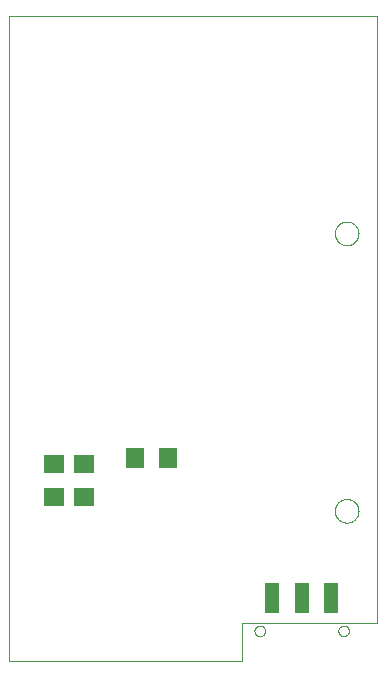
<source format=gbp>
G75*
%MOIN*%
%OFA0B0*%
%FSLAX25Y25*%
%IPPOS*%
%LPD*%
%AMOC8*
5,1,8,0,0,1.08239X$1,22.5*
%
%ADD10C,0.00000*%
%ADD11R,0.06299X0.07087*%
%ADD12R,0.07087X0.06299*%
%ADD13R,0.04724X0.09843*%
D10*
X0002200Y0006014D02*
X0079700Y0006014D01*
X0079700Y0018514D01*
X0124700Y0018514D01*
X0124700Y0221014D01*
X0124651Y0220974D02*
X0002200Y0220974D01*
X0002200Y0006014D01*
X0083952Y0016014D02*
X0083954Y0016098D01*
X0083960Y0016181D01*
X0083970Y0016264D01*
X0083984Y0016347D01*
X0084001Y0016429D01*
X0084023Y0016510D01*
X0084048Y0016589D01*
X0084077Y0016668D01*
X0084110Y0016745D01*
X0084146Y0016820D01*
X0084186Y0016894D01*
X0084229Y0016966D01*
X0084276Y0017035D01*
X0084326Y0017102D01*
X0084379Y0017167D01*
X0084435Y0017229D01*
X0084493Y0017289D01*
X0084555Y0017346D01*
X0084619Y0017399D01*
X0084686Y0017450D01*
X0084755Y0017497D01*
X0084826Y0017542D01*
X0084899Y0017582D01*
X0084974Y0017619D01*
X0085051Y0017653D01*
X0085129Y0017683D01*
X0085208Y0017709D01*
X0085289Y0017732D01*
X0085371Y0017750D01*
X0085453Y0017765D01*
X0085536Y0017776D01*
X0085619Y0017783D01*
X0085703Y0017786D01*
X0085787Y0017785D01*
X0085870Y0017780D01*
X0085954Y0017771D01*
X0086036Y0017758D01*
X0086118Y0017742D01*
X0086199Y0017721D01*
X0086280Y0017697D01*
X0086358Y0017669D01*
X0086436Y0017637D01*
X0086512Y0017601D01*
X0086586Y0017562D01*
X0086658Y0017520D01*
X0086728Y0017474D01*
X0086796Y0017425D01*
X0086861Y0017373D01*
X0086924Y0017318D01*
X0086984Y0017260D01*
X0087042Y0017199D01*
X0087096Y0017135D01*
X0087148Y0017069D01*
X0087196Y0017001D01*
X0087241Y0016930D01*
X0087282Y0016857D01*
X0087321Y0016783D01*
X0087355Y0016707D01*
X0087386Y0016629D01*
X0087413Y0016550D01*
X0087437Y0016469D01*
X0087456Y0016388D01*
X0087472Y0016306D01*
X0087484Y0016223D01*
X0087492Y0016139D01*
X0087496Y0016056D01*
X0087496Y0015972D01*
X0087492Y0015889D01*
X0087484Y0015805D01*
X0087472Y0015722D01*
X0087456Y0015640D01*
X0087437Y0015559D01*
X0087413Y0015478D01*
X0087386Y0015399D01*
X0087355Y0015321D01*
X0087321Y0015245D01*
X0087282Y0015171D01*
X0087241Y0015098D01*
X0087196Y0015027D01*
X0087148Y0014959D01*
X0087096Y0014893D01*
X0087042Y0014829D01*
X0086984Y0014768D01*
X0086924Y0014710D01*
X0086861Y0014655D01*
X0086796Y0014603D01*
X0086728Y0014554D01*
X0086658Y0014508D01*
X0086586Y0014466D01*
X0086512Y0014427D01*
X0086436Y0014391D01*
X0086358Y0014359D01*
X0086280Y0014331D01*
X0086199Y0014307D01*
X0086118Y0014286D01*
X0086036Y0014270D01*
X0085954Y0014257D01*
X0085870Y0014248D01*
X0085787Y0014243D01*
X0085703Y0014242D01*
X0085619Y0014245D01*
X0085536Y0014252D01*
X0085453Y0014263D01*
X0085371Y0014278D01*
X0085289Y0014296D01*
X0085208Y0014319D01*
X0085129Y0014345D01*
X0085051Y0014375D01*
X0084974Y0014409D01*
X0084899Y0014446D01*
X0084826Y0014486D01*
X0084755Y0014531D01*
X0084686Y0014578D01*
X0084619Y0014629D01*
X0084555Y0014682D01*
X0084493Y0014739D01*
X0084435Y0014799D01*
X0084379Y0014861D01*
X0084326Y0014926D01*
X0084276Y0014993D01*
X0084229Y0015062D01*
X0084186Y0015134D01*
X0084146Y0015208D01*
X0084110Y0015283D01*
X0084077Y0015360D01*
X0084048Y0015439D01*
X0084023Y0015518D01*
X0084001Y0015599D01*
X0083984Y0015681D01*
X0083970Y0015764D01*
X0083960Y0015847D01*
X0083954Y0015930D01*
X0083952Y0016014D01*
X0111904Y0016014D02*
X0111906Y0016098D01*
X0111912Y0016181D01*
X0111922Y0016264D01*
X0111936Y0016347D01*
X0111953Y0016429D01*
X0111975Y0016510D01*
X0112000Y0016589D01*
X0112029Y0016668D01*
X0112062Y0016745D01*
X0112098Y0016820D01*
X0112138Y0016894D01*
X0112181Y0016966D01*
X0112228Y0017035D01*
X0112278Y0017102D01*
X0112331Y0017167D01*
X0112387Y0017229D01*
X0112445Y0017289D01*
X0112507Y0017346D01*
X0112571Y0017399D01*
X0112638Y0017450D01*
X0112707Y0017497D01*
X0112778Y0017542D01*
X0112851Y0017582D01*
X0112926Y0017619D01*
X0113003Y0017653D01*
X0113081Y0017683D01*
X0113160Y0017709D01*
X0113241Y0017732D01*
X0113323Y0017750D01*
X0113405Y0017765D01*
X0113488Y0017776D01*
X0113571Y0017783D01*
X0113655Y0017786D01*
X0113739Y0017785D01*
X0113822Y0017780D01*
X0113906Y0017771D01*
X0113988Y0017758D01*
X0114070Y0017742D01*
X0114151Y0017721D01*
X0114232Y0017697D01*
X0114310Y0017669D01*
X0114388Y0017637D01*
X0114464Y0017601D01*
X0114538Y0017562D01*
X0114610Y0017520D01*
X0114680Y0017474D01*
X0114748Y0017425D01*
X0114813Y0017373D01*
X0114876Y0017318D01*
X0114936Y0017260D01*
X0114994Y0017199D01*
X0115048Y0017135D01*
X0115100Y0017069D01*
X0115148Y0017001D01*
X0115193Y0016930D01*
X0115234Y0016857D01*
X0115273Y0016783D01*
X0115307Y0016707D01*
X0115338Y0016629D01*
X0115365Y0016550D01*
X0115389Y0016469D01*
X0115408Y0016388D01*
X0115424Y0016306D01*
X0115436Y0016223D01*
X0115444Y0016139D01*
X0115448Y0016056D01*
X0115448Y0015972D01*
X0115444Y0015889D01*
X0115436Y0015805D01*
X0115424Y0015722D01*
X0115408Y0015640D01*
X0115389Y0015559D01*
X0115365Y0015478D01*
X0115338Y0015399D01*
X0115307Y0015321D01*
X0115273Y0015245D01*
X0115234Y0015171D01*
X0115193Y0015098D01*
X0115148Y0015027D01*
X0115100Y0014959D01*
X0115048Y0014893D01*
X0114994Y0014829D01*
X0114936Y0014768D01*
X0114876Y0014710D01*
X0114813Y0014655D01*
X0114748Y0014603D01*
X0114680Y0014554D01*
X0114610Y0014508D01*
X0114538Y0014466D01*
X0114464Y0014427D01*
X0114388Y0014391D01*
X0114310Y0014359D01*
X0114232Y0014331D01*
X0114151Y0014307D01*
X0114070Y0014286D01*
X0113988Y0014270D01*
X0113906Y0014257D01*
X0113822Y0014248D01*
X0113739Y0014243D01*
X0113655Y0014242D01*
X0113571Y0014245D01*
X0113488Y0014252D01*
X0113405Y0014263D01*
X0113323Y0014278D01*
X0113241Y0014296D01*
X0113160Y0014319D01*
X0113081Y0014345D01*
X0113003Y0014375D01*
X0112926Y0014409D01*
X0112851Y0014446D01*
X0112778Y0014486D01*
X0112707Y0014531D01*
X0112638Y0014578D01*
X0112571Y0014629D01*
X0112507Y0014682D01*
X0112445Y0014739D01*
X0112387Y0014799D01*
X0112331Y0014861D01*
X0112278Y0014926D01*
X0112228Y0014993D01*
X0112181Y0015062D01*
X0112138Y0015134D01*
X0112098Y0015208D01*
X0112062Y0015283D01*
X0112029Y0015360D01*
X0112000Y0015439D01*
X0111975Y0015518D01*
X0111953Y0015599D01*
X0111936Y0015681D01*
X0111922Y0015764D01*
X0111912Y0015847D01*
X0111906Y0015930D01*
X0111904Y0016014D01*
X0110763Y0056014D02*
X0110765Y0056139D01*
X0110771Y0056264D01*
X0110781Y0056388D01*
X0110795Y0056512D01*
X0110812Y0056636D01*
X0110834Y0056759D01*
X0110860Y0056881D01*
X0110889Y0057003D01*
X0110922Y0057123D01*
X0110960Y0057242D01*
X0111000Y0057361D01*
X0111045Y0057477D01*
X0111093Y0057592D01*
X0111145Y0057706D01*
X0111201Y0057818D01*
X0111260Y0057928D01*
X0111322Y0058036D01*
X0111388Y0058143D01*
X0111457Y0058247D01*
X0111530Y0058348D01*
X0111605Y0058448D01*
X0111684Y0058545D01*
X0111766Y0058639D01*
X0111851Y0058731D01*
X0111938Y0058820D01*
X0112029Y0058906D01*
X0112122Y0058989D01*
X0112218Y0059070D01*
X0112316Y0059147D01*
X0112416Y0059221D01*
X0112519Y0059292D01*
X0112624Y0059359D01*
X0112732Y0059424D01*
X0112841Y0059484D01*
X0112952Y0059542D01*
X0113065Y0059595D01*
X0113179Y0059645D01*
X0113295Y0059692D01*
X0113412Y0059734D01*
X0113531Y0059773D01*
X0113651Y0059809D01*
X0113772Y0059840D01*
X0113894Y0059868D01*
X0114016Y0059891D01*
X0114140Y0059911D01*
X0114264Y0059927D01*
X0114388Y0059939D01*
X0114513Y0059947D01*
X0114638Y0059951D01*
X0114762Y0059951D01*
X0114887Y0059947D01*
X0115012Y0059939D01*
X0115136Y0059927D01*
X0115260Y0059911D01*
X0115384Y0059891D01*
X0115506Y0059868D01*
X0115628Y0059840D01*
X0115749Y0059809D01*
X0115869Y0059773D01*
X0115988Y0059734D01*
X0116105Y0059692D01*
X0116221Y0059645D01*
X0116335Y0059595D01*
X0116448Y0059542D01*
X0116559Y0059484D01*
X0116669Y0059424D01*
X0116776Y0059359D01*
X0116881Y0059292D01*
X0116984Y0059221D01*
X0117084Y0059147D01*
X0117182Y0059070D01*
X0117278Y0058989D01*
X0117371Y0058906D01*
X0117462Y0058820D01*
X0117549Y0058731D01*
X0117634Y0058639D01*
X0117716Y0058545D01*
X0117795Y0058448D01*
X0117870Y0058348D01*
X0117943Y0058247D01*
X0118012Y0058143D01*
X0118078Y0058036D01*
X0118140Y0057928D01*
X0118199Y0057818D01*
X0118255Y0057706D01*
X0118307Y0057592D01*
X0118355Y0057477D01*
X0118400Y0057361D01*
X0118440Y0057242D01*
X0118478Y0057123D01*
X0118511Y0057003D01*
X0118540Y0056881D01*
X0118566Y0056759D01*
X0118588Y0056636D01*
X0118605Y0056512D01*
X0118619Y0056388D01*
X0118629Y0056264D01*
X0118635Y0056139D01*
X0118637Y0056014D01*
X0118635Y0055889D01*
X0118629Y0055764D01*
X0118619Y0055640D01*
X0118605Y0055516D01*
X0118588Y0055392D01*
X0118566Y0055269D01*
X0118540Y0055147D01*
X0118511Y0055025D01*
X0118478Y0054905D01*
X0118440Y0054786D01*
X0118400Y0054667D01*
X0118355Y0054551D01*
X0118307Y0054436D01*
X0118255Y0054322D01*
X0118199Y0054210D01*
X0118140Y0054100D01*
X0118078Y0053992D01*
X0118012Y0053885D01*
X0117943Y0053781D01*
X0117870Y0053680D01*
X0117795Y0053580D01*
X0117716Y0053483D01*
X0117634Y0053389D01*
X0117549Y0053297D01*
X0117462Y0053208D01*
X0117371Y0053122D01*
X0117278Y0053039D01*
X0117182Y0052958D01*
X0117084Y0052881D01*
X0116984Y0052807D01*
X0116881Y0052736D01*
X0116776Y0052669D01*
X0116668Y0052604D01*
X0116559Y0052544D01*
X0116448Y0052486D01*
X0116335Y0052433D01*
X0116221Y0052383D01*
X0116105Y0052336D01*
X0115988Y0052294D01*
X0115869Y0052255D01*
X0115749Y0052219D01*
X0115628Y0052188D01*
X0115506Y0052160D01*
X0115384Y0052137D01*
X0115260Y0052117D01*
X0115136Y0052101D01*
X0115012Y0052089D01*
X0114887Y0052081D01*
X0114762Y0052077D01*
X0114638Y0052077D01*
X0114513Y0052081D01*
X0114388Y0052089D01*
X0114264Y0052101D01*
X0114140Y0052117D01*
X0114016Y0052137D01*
X0113894Y0052160D01*
X0113772Y0052188D01*
X0113651Y0052219D01*
X0113531Y0052255D01*
X0113412Y0052294D01*
X0113295Y0052336D01*
X0113179Y0052383D01*
X0113065Y0052433D01*
X0112952Y0052486D01*
X0112841Y0052544D01*
X0112731Y0052604D01*
X0112624Y0052669D01*
X0112519Y0052736D01*
X0112416Y0052807D01*
X0112316Y0052881D01*
X0112218Y0052958D01*
X0112122Y0053039D01*
X0112029Y0053122D01*
X0111938Y0053208D01*
X0111851Y0053297D01*
X0111766Y0053389D01*
X0111684Y0053483D01*
X0111605Y0053580D01*
X0111530Y0053680D01*
X0111457Y0053781D01*
X0111388Y0053885D01*
X0111322Y0053992D01*
X0111260Y0054100D01*
X0111201Y0054210D01*
X0111145Y0054322D01*
X0111093Y0054436D01*
X0111045Y0054551D01*
X0111000Y0054667D01*
X0110960Y0054786D01*
X0110922Y0054905D01*
X0110889Y0055025D01*
X0110860Y0055147D01*
X0110834Y0055269D01*
X0110812Y0055392D01*
X0110795Y0055516D01*
X0110781Y0055640D01*
X0110771Y0055764D01*
X0110765Y0055889D01*
X0110763Y0056014D01*
X0110763Y0148514D02*
X0110765Y0148639D01*
X0110771Y0148764D01*
X0110781Y0148888D01*
X0110795Y0149012D01*
X0110812Y0149136D01*
X0110834Y0149259D01*
X0110860Y0149381D01*
X0110889Y0149503D01*
X0110922Y0149623D01*
X0110960Y0149742D01*
X0111000Y0149861D01*
X0111045Y0149977D01*
X0111093Y0150092D01*
X0111145Y0150206D01*
X0111201Y0150318D01*
X0111260Y0150428D01*
X0111322Y0150536D01*
X0111388Y0150643D01*
X0111457Y0150747D01*
X0111530Y0150848D01*
X0111605Y0150948D01*
X0111684Y0151045D01*
X0111766Y0151139D01*
X0111851Y0151231D01*
X0111938Y0151320D01*
X0112029Y0151406D01*
X0112122Y0151489D01*
X0112218Y0151570D01*
X0112316Y0151647D01*
X0112416Y0151721D01*
X0112519Y0151792D01*
X0112624Y0151859D01*
X0112732Y0151924D01*
X0112841Y0151984D01*
X0112952Y0152042D01*
X0113065Y0152095D01*
X0113179Y0152145D01*
X0113295Y0152192D01*
X0113412Y0152234D01*
X0113531Y0152273D01*
X0113651Y0152309D01*
X0113772Y0152340D01*
X0113894Y0152368D01*
X0114016Y0152391D01*
X0114140Y0152411D01*
X0114264Y0152427D01*
X0114388Y0152439D01*
X0114513Y0152447D01*
X0114638Y0152451D01*
X0114762Y0152451D01*
X0114887Y0152447D01*
X0115012Y0152439D01*
X0115136Y0152427D01*
X0115260Y0152411D01*
X0115384Y0152391D01*
X0115506Y0152368D01*
X0115628Y0152340D01*
X0115749Y0152309D01*
X0115869Y0152273D01*
X0115988Y0152234D01*
X0116105Y0152192D01*
X0116221Y0152145D01*
X0116335Y0152095D01*
X0116448Y0152042D01*
X0116559Y0151984D01*
X0116669Y0151924D01*
X0116776Y0151859D01*
X0116881Y0151792D01*
X0116984Y0151721D01*
X0117084Y0151647D01*
X0117182Y0151570D01*
X0117278Y0151489D01*
X0117371Y0151406D01*
X0117462Y0151320D01*
X0117549Y0151231D01*
X0117634Y0151139D01*
X0117716Y0151045D01*
X0117795Y0150948D01*
X0117870Y0150848D01*
X0117943Y0150747D01*
X0118012Y0150643D01*
X0118078Y0150536D01*
X0118140Y0150428D01*
X0118199Y0150318D01*
X0118255Y0150206D01*
X0118307Y0150092D01*
X0118355Y0149977D01*
X0118400Y0149861D01*
X0118440Y0149742D01*
X0118478Y0149623D01*
X0118511Y0149503D01*
X0118540Y0149381D01*
X0118566Y0149259D01*
X0118588Y0149136D01*
X0118605Y0149012D01*
X0118619Y0148888D01*
X0118629Y0148764D01*
X0118635Y0148639D01*
X0118637Y0148514D01*
X0118635Y0148389D01*
X0118629Y0148264D01*
X0118619Y0148140D01*
X0118605Y0148016D01*
X0118588Y0147892D01*
X0118566Y0147769D01*
X0118540Y0147647D01*
X0118511Y0147525D01*
X0118478Y0147405D01*
X0118440Y0147286D01*
X0118400Y0147167D01*
X0118355Y0147051D01*
X0118307Y0146936D01*
X0118255Y0146822D01*
X0118199Y0146710D01*
X0118140Y0146600D01*
X0118078Y0146492D01*
X0118012Y0146385D01*
X0117943Y0146281D01*
X0117870Y0146180D01*
X0117795Y0146080D01*
X0117716Y0145983D01*
X0117634Y0145889D01*
X0117549Y0145797D01*
X0117462Y0145708D01*
X0117371Y0145622D01*
X0117278Y0145539D01*
X0117182Y0145458D01*
X0117084Y0145381D01*
X0116984Y0145307D01*
X0116881Y0145236D01*
X0116776Y0145169D01*
X0116668Y0145104D01*
X0116559Y0145044D01*
X0116448Y0144986D01*
X0116335Y0144933D01*
X0116221Y0144883D01*
X0116105Y0144836D01*
X0115988Y0144794D01*
X0115869Y0144755D01*
X0115749Y0144719D01*
X0115628Y0144688D01*
X0115506Y0144660D01*
X0115384Y0144637D01*
X0115260Y0144617D01*
X0115136Y0144601D01*
X0115012Y0144589D01*
X0114887Y0144581D01*
X0114762Y0144577D01*
X0114638Y0144577D01*
X0114513Y0144581D01*
X0114388Y0144589D01*
X0114264Y0144601D01*
X0114140Y0144617D01*
X0114016Y0144637D01*
X0113894Y0144660D01*
X0113772Y0144688D01*
X0113651Y0144719D01*
X0113531Y0144755D01*
X0113412Y0144794D01*
X0113295Y0144836D01*
X0113179Y0144883D01*
X0113065Y0144933D01*
X0112952Y0144986D01*
X0112841Y0145044D01*
X0112731Y0145104D01*
X0112624Y0145169D01*
X0112519Y0145236D01*
X0112416Y0145307D01*
X0112316Y0145381D01*
X0112218Y0145458D01*
X0112122Y0145539D01*
X0112029Y0145622D01*
X0111938Y0145708D01*
X0111851Y0145797D01*
X0111766Y0145889D01*
X0111684Y0145983D01*
X0111605Y0146080D01*
X0111530Y0146180D01*
X0111457Y0146281D01*
X0111388Y0146385D01*
X0111322Y0146492D01*
X0111260Y0146600D01*
X0111201Y0146710D01*
X0111145Y0146822D01*
X0111093Y0146936D01*
X0111045Y0147051D01*
X0111000Y0147167D01*
X0110960Y0147286D01*
X0110922Y0147405D01*
X0110889Y0147525D01*
X0110860Y0147647D01*
X0110834Y0147769D01*
X0110812Y0147892D01*
X0110795Y0148016D01*
X0110781Y0148140D01*
X0110771Y0148264D01*
X0110765Y0148389D01*
X0110763Y0148514D01*
D11*
X0055212Y0073514D03*
X0044188Y0073514D03*
D12*
X0027200Y0071526D03*
X0027200Y0060502D03*
X0017200Y0060502D03*
X0017200Y0071526D03*
D13*
X0089857Y0026841D03*
X0099700Y0026841D03*
X0109543Y0026841D03*
M02*

</source>
